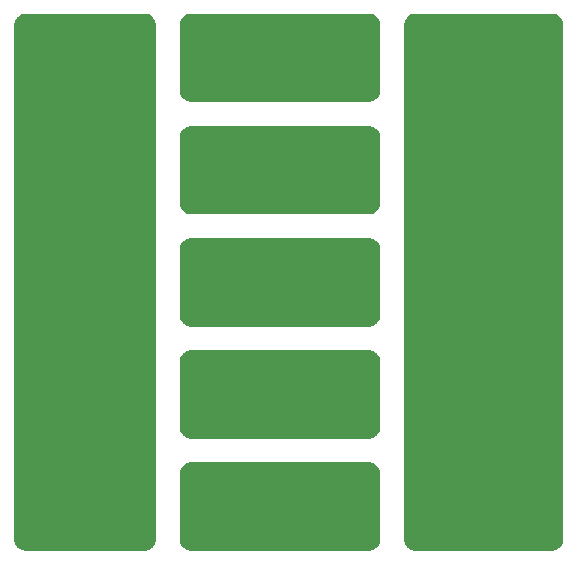
<source format=gbl>
G04 #@! TF.FileFunction,Copper,L2,Bot,Signal*
%FSLAX46Y46*%
G04 Gerber Fmt 4.6, Leading zero omitted, Abs format (unit mm)*
G04 Created by KiCad (PCBNEW 4.0.4+e1-6308~48~ubuntu16.04.1-stable) date Wed Oct 19 23:12:46 2016*
%MOMM*%
%LPD*%
G01*
G04 APERTURE LIST*
%ADD10C,0.100000*%
%ADD11C,5.000000*%
%ADD12C,3.500000*%
%ADD13C,0.250000*%
%ADD14C,0.254000*%
G04 APERTURE END LIST*
D10*
D11*
X153950000Y-74250000D03*
X146050000Y-74250000D03*
X153950000Y-83750000D03*
X146050000Y-83750000D03*
X153950000Y-93250000D03*
X146050000Y-93250000D03*
X153950000Y-102750000D03*
X146050000Y-102750000D03*
X153950000Y-112250000D03*
X146050000Y-112250000D03*
D12*
X174990000Y-75940000D03*
X174990000Y-72550000D03*
X178750000Y-75950000D03*
X178750000Y-72550000D03*
X165250000Y-75950000D03*
X165250000Y-72550000D03*
X174990000Y-85440000D03*
X174990000Y-82050000D03*
X178750000Y-85450000D03*
X178750000Y-82050000D03*
X165250000Y-85450000D03*
X165250000Y-82050000D03*
X174990000Y-94940000D03*
X174990000Y-91550000D03*
X178750000Y-94950000D03*
X178750000Y-91550000D03*
X165250000Y-94950000D03*
X165250000Y-91550000D03*
X174990000Y-104440000D03*
X174990000Y-101050000D03*
X178750000Y-104450000D03*
X178750000Y-101050000D03*
X165250000Y-104450000D03*
X165250000Y-101050000D03*
X174990000Y-113940000D03*
X174990000Y-110550000D03*
X178750000Y-113950000D03*
X178750000Y-110550000D03*
X165250000Y-113950000D03*
X165250000Y-110550000D03*
D13*
X174990000Y-75940000D02*
X174990000Y-72550000D01*
X174990000Y-72550000D02*
X178750000Y-72550000D01*
X178750000Y-72550000D02*
X178750000Y-75950000D01*
X178750000Y-75950000D02*
X178750000Y-82050000D01*
X178750000Y-82050000D02*
X174990000Y-82050000D01*
X174990000Y-82050000D02*
X174990000Y-85440000D01*
X174990000Y-85440000D02*
X175000000Y-85450000D01*
X175000000Y-85450000D02*
X178750000Y-85450000D01*
X178750000Y-85450000D02*
X178750000Y-91550000D01*
X178750000Y-91550000D02*
X174990000Y-91550000D01*
X174990000Y-91550000D02*
X174990000Y-94940000D01*
X174990000Y-94940000D02*
X175000000Y-94950000D01*
X175000000Y-94950000D02*
X178750000Y-94950000D01*
X178750000Y-94950000D02*
X178750000Y-101050000D01*
X178750000Y-101050000D02*
X174990000Y-101050000D01*
X174990000Y-101050000D02*
X174990000Y-104440000D01*
X174990000Y-104440000D02*
X175000000Y-104450000D01*
X175000000Y-104450000D02*
X178750000Y-104450000D01*
X178750000Y-104450000D02*
X178750000Y-110550000D01*
X178750000Y-110550000D02*
X174990000Y-110550000D01*
X174990000Y-110550000D02*
X174990000Y-113940000D01*
X174990000Y-113940000D02*
X175000000Y-113950000D01*
X175000000Y-113950000D02*
X178750000Y-113950000D01*
X165250000Y-72550000D02*
X165250000Y-75950000D01*
X153950000Y-74250000D02*
X163550000Y-74250000D01*
X163550000Y-74250000D02*
X165250000Y-72550000D01*
X165250000Y-82050000D02*
X165250000Y-85450000D01*
X153950000Y-83750000D02*
X163550000Y-83750000D01*
X163550000Y-83750000D02*
X165250000Y-82050000D01*
X165250000Y-91550000D02*
X165250000Y-94950000D01*
X153950000Y-93250000D02*
X163550000Y-93250000D01*
X163550000Y-93250000D02*
X165250000Y-91550000D01*
X165250000Y-101050000D02*
X165250000Y-104450000D01*
X153950000Y-102750000D02*
X163550000Y-102750000D01*
X163550000Y-102750000D02*
X165250000Y-101050000D01*
X165250000Y-110550000D02*
X165250000Y-113950000D01*
X153950000Y-112250000D02*
X163550000Y-112250000D01*
X163550000Y-112250000D02*
X165250000Y-110550000D01*
X146050000Y-74250000D02*
X146050000Y-83750000D01*
X146050000Y-83750000D02*
X146050000Y-93250000D01*
X146050000Y-93250000D02*
X146050000Y-102750000D01*
X146050000Y-102750000D02*
X146050000Y-112250000D01*
D14*
G36*
X148333130Y-70695752D02*
X148615545Y-70884455D01*
X148804248Y-71166870D01*
X148873000Y-71512509D01*
X148873000Y-114987491D01*
X148804248Y-115333130D01*
X148615545Y-115615545D01*
X148333130Y-115804248D01*
X147987491Y-115873000D01*
X138012509Y-115873000D01*
X137666870Y-115804248D01*
X137384455Y-115615545D01*
X137195752Y-115333130D01*
X137127000Y-114987491D01*
X137127000Y-71512509D01*
X137195752Y-71166870D01*
X137384455Y-70884455D01*
X137666870Y-70695752D01*
X138012509Y-70627000D01*
X147987491Y-70627000D01*
X148333130Y-70695752D01*
X148333130Y-70695752D01*
G37*
X148333130Y-70695752D02*
X148615545Y-70884455D01*
X148804248Y-71166870D01*
X148873000Y-71512509D01*
X148873000Y-114987491D01*
X148804248Y-115333130D01*
X148615545Y-115615545D01*
X148333130Y-115804248D01*
X147987491Y-115873000D01*
X138012509Y-115873000D01*
X137666870Y-115804248D01*
X137384455Y-115615545D01*
X137195752Y-115333130D01*
X137127000Y-114987491D01*
X137127000Y-71512509D01*
X137195752Y-71166870D01*
X137384455Y-70884455D01*
X137666870Y-70695752D01*
X138012509Y-70627000D01*
X147987491Y-70627000D01*
X148333130Y-70695752D01*
G36*
X167333130Y-70695752D02*
X167615545Y-70884455D01*
X167804248Y-71166870D01*
X167873000Y-71512509D01*
X167873000Y-76987491D01*
X167804248Y-77333130D01*
X167615545Y-77615545D01*
X167333130Y-77804248D01*
X166987491Y-77873000D01*
X152012509Y-77873000D01*
X151666870Y-77804248D01*
X151384455Y-77615545D01*
X151195752Y-77333130D01*
X151127000Y-76987491D01*
X151127000Y-71512509D01*
X151195752Y-71166870D01*
X151384455Y-70884455D01*
X151666870Y-70695752D01*
X152012509Y-70627000D01*
X166987491Y-70627000D01*
X167333130Y-70695752D01*
X167333130Y-70695752D01*
G37*
X167333130Y-70695752D02*
X167615545Y-70884455D01*
X167804248Y-71166870D01*
X167873000Y-71512509D01*
X167873000Y-76987491D01*
X167804248Y-77333130D01*
X167615545Y-77615545D01*
X167333130Y-77804248D01*
X166987491Y-77873000D01*
X152012509Y-77873000D01*
X151666870Y-77804248D01*
X151384455Y-77615545D01*
X151195752Y-77333130D01*
X151127000Y-76987491D01*
X151127000Y-71512509D01*
X151195752Y-71166870D01*
X151384455Y-70884455D01*
X151666870Y-70695752D01*
X152012509Y-70627000D01*
X166987491Y-70627000D01*
X167333130Y-70695752D01*
G36*
X167333130Y-80195752D02*
X167615545Y-80384455D01*
X167804248Y-80666870D01*
X167873000Y-81012509D01*
X167873000Y-86487491D01*
X167804248Y-86833130D01*
X167615545Y-87115545D01*
X167333130Y-87304248D01*
X166987491Y-87373000D01*
X152012509Y-87373000D01*
X151666870Y-87304248D01*
X151384455Y-87115545D01*
X151195752Y-86833130D01*
X151127000Y-86487491D01*
X151127000Y-81012509D01*
X151195752Y-80666870D01*
X151384455Y-80384455D01*
X151666870Y-80195752D01*
X152012509Y-80127000D01*
X166987491Y-80127000D01*
X167333130Y-80195752D01*
X167333130Y-80195752D01*
G37*
X167333130Y-80195752D02*
X167615545Y-80384455D01*
X167804248Y-80666870D01*
X167873000Y-81012509D01*
X167873000Y-86487491D01*
X167804248Y-86833130D01*
X167615545Y-87115545D01*
X167333130Y-87304248D01*
X166987491Y-87373000D01*
X152012509Y-87373000D01*
X151666870Y-87304248D01*
X151384455Y-87115545D01*
X151195752Y-86833130D01*
X151127000Y-86487491D01*
X151127000Y-81012509D01*
X151195752Y-80666870D01*
X151384455Y-80384455D01*
X151666870Y-80195752D01*
X152012509Y-80127000D01*
X166987491Y-80127000D01*
X167333130Y-80195752D01*
G36*
X167333130Y-89695752D02*
X167615545Y-89884455D01*
X167804248Y-90166870D01*
X167873000Y-90512509D01*
X167873000Y-95987491D01*
X167804248Y-96333130D01*
X167615545Y-96615545D01*
X167333130Y-96804248D01*
X166987491Y-96873000D01*
X152012509Y-96873000D01*
X151666870Y-96804248D01*
X151384455Y-96615545D01*
X151195752Y-96333130D01*
X151127000Y-95987491D01*
X151127000Y-90512509D01*
X151195752Y-90166870D01*
X151384455Y-89884455D01*
X151666870Y-89695752D01*
X152012509Y-89627000D01*
X166987491Y-89627000D01*
X167333130Y-89695752D01*
X167333130Y-89695752D01*
G37*
X167333130Y-89695752D02*
X167615545Y-89884455D01*
X167804248Y-90166870D01*
X167873000Y-90512509D01*
X167873000Y-95987491D01*
X167804248Y-96333130D01*
X167615545Y-96615545D01*
X167333130Y-96804248D01*
X166987491Y-96873000D01*
X152012509Y-96873000D01*
X151666870Y-96804248D01*
X151384455Y-96615545D01*
X151195752Y-96333130D01*
X151127000Y-95987491D01*
X151127000Y-90512509D01*
X151195752Y-90166870D01*
X151384455Y-89884455D01*
X151666870Y-89695752D01*
X152012509Y-89627000D01*
X166987491Y-89627000D01*
X167333130Y-89695752D01*
G36*
X167333130Y-99195752D02*
X167615545Y-99384455D01*
X167804248Y-99666870D01*
X167873000Y-100012509D01*
X167873000Y-105487491D01*
X167804248Y-105833130D01*
X167615545Y-106115545D01*
X167333130Y-106304248D01*
X166987491Y-106373000D01*
X152012509Y-106373000D01*
X151666870Y-106304248D01*
X151384455Y-106115545D01*
X151195752Y-105833130D01*
X151127000Y-105487491D01*
X151127000Y-100012509D01*
X151195752Y-99666870D01*
X151384455Y-99384455D01*
X151666870Y-99195752D01*
X152012509Y-99127000D01*
X166987491Y-99127000D01*
X167333130Y-99195752D01*
X167333130Y-99195752D01*
G37*
X167333130Y-99195752D02*
X167615545Y-99384455D01*
X167804248Y-99666870D01*
X167873000Y-100012509D01*
X167873000Y-105487491D01*
X167804248Y-105833130D01*
X167615545Y-106115545D01*
X167333130Y-106304248D01*
X166987491Y-106373000D01*
X152012509Y-106373000D01*
X151666870Y-106304248D01*
X151384455Y-106115545D01*
X151195752Y-105833130D01*
X151127000Y-105487491D01*
X151127000Y-100012509D01*
X151195752Y-99666870D01*
X151384455Y-99384455D01*
X151666870Y-99195752D01*
X152012509Y-99127000D01*
X166987491Y-99127000D01*
X167333130Y-99195752D01*
G36*
X167333130Y-108695752D02*
X167615545Y-108884455D01*
X167804248Y-109166870D01*
X167873000Y-109512509D01*
X167873000Y-114987491D01*
X167804248Y-115333130D01*
X167615545Y-115615545D01*
X167333130Y-115804248D01*
X166987491Y-115873000D01*
X152012509Y-115873000D01*
X151666870Y-115804248D01*
X151384455Y-115615545D01*
X151195752Y-115333130D01*
X151127000Y-114987491D01*
X151127000Y-109512509D01*
X151195752Y-109166870D01*
X151384455Y-108884455D01*
X151666870Y-108695752D01*
X152012509Y-108627000D01*
X166987491Y-108627000D01*
X167333130Y-108695752D01*
X167333130Y-108695752D01*
G37*
X167333130Y-108695752D02*
X167615545Y-108884455D01*
X167804248Y-109166870D01*
X167873000Y-109512509D01*
X167873000Y-114987491D01*
X167804248Y-115333130D01*
X167615545Y-115615545D01*
X167333130Y-115804248D01*
X166987491Y-115873000D01*
X152012509Y-115873000D01*
X151666870Y-115804248D01*
X151384455Y-115615545D01*
X151195752Y-115333130D01*
X151127000Y-114987491D01*
X151127000Y-109512509D01*
X151195752Y-109166870D01*
X151384455Y-108884455D01*
X151666870Y-108695752D01*
X152012509Y-108627000D01*
X166987491Y-108627000D01*
X167333130Y-108695752D01*
G36*
X182833130Y-70695752D02*
X183115545Y-70884455D01*
X183304248Y-71166870D01*
X183373000Y-71512509D01*
X183373000Y-114987491D01*
X183304248Y-115333130D01*
X183115545Y-115615545D01*
X182833130Y-115804248D01*
X182487491Y-115873000D01*
X171012509Y-115873000D01*
X170666870Y-115804248D01*
X170384455Y-115615545D01*
X170195752Y-115333130D01*
X170127000Y-114987491D01*
X170127000Y-71512509D01*
X170195752Y-71166870D01*
X170384455Y-70884455D01*
X170666870Y-70695752D01*
X171012509Y-70627000D01*
X182487491Y-70627000D01*
X182833130Y-70695752D01*
X182833130Y-70695752D01*
G37*
X182833130Y-70695752D02*
X183115545Y-70884455D01*
X183304248Y-71166870D01*
X183373000Y-71512509D01*
X183373000Y-114987491D01*
X183304248Y-115333130D01*
X183115545Y-115615545D01*
X182833130Y-115804248D01*
X182487491Y-115873000D01*
X171012509Y-115873000D01*
X170666870Y-115804248D01*
X170384455Y-115615545D01*
X170195752Y-115333130D01*
X170127000Y-114987491D01*
X170127000Y-71512509D01*
X170195752Y-71166870D01*
X170384455Y-70884455D01*
X170666870Y-70695752D01*
X171012509Y-70627000D01*
X182487491Y-70627000D01*
X182833130Y-70695752D01*
M02*

</source>
